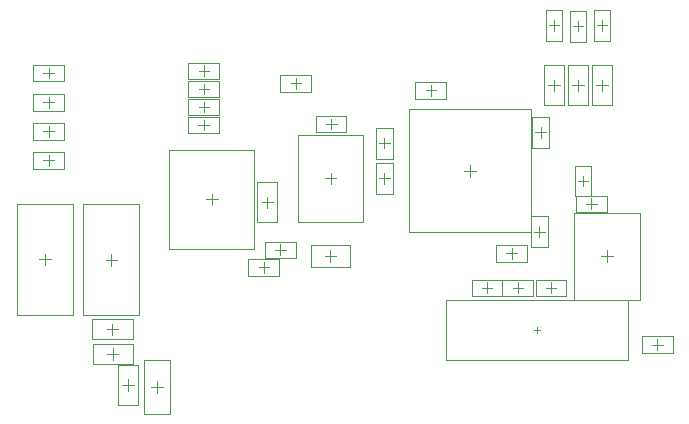
<source format=gbr>
%FSTAX23Y23*%
%MOIN*%
%SFA1B1*%

%IPPOS*%
%ADD72C,0.003937*%
%ADD73C,0.001968*%
%LNpcb1_mechanical_15-1*%
%LPD*%
G54D72*
X02158Y00337D02*
X02194D01*
X02176Y00319D02*
Y00355D01*
X02008Y00612D02*
Y00651D01*
X01989Y00632D02*
X02028D01*
X01087Y00871D02*
Y0091D01*
X01067Y00891D02*
X01106D01*
X00691Y00801D02*
Y0084D01*
X00672Y00821D02*
X00711D01*
X01551Y00896D02*
Y00935D01*
X01532Y00916D02*
X01571D01*
X01783Y00696D02*
Y00731D01*
X01766Y00713D02*
X01801D01*
X01928Y00864D02*
Y009D01*
X01911Y00882D02*
X01946D01*
X00847Y00595D02*
X00882D01*
X00864Y00577D02*
Y00613D01*
X00902Y00653D02*
X00938D01*
X0092Y00635D02*
Y00671D01*
X01991Y01383D02*
Y01419D01*
X01974Y01401D02*
X02009D01*
X01911Y01381D02*
Y01416D01*
X01894Y01398D02*
X01929D01*
X00647Y01129D02*
X00682D01*
X00664Y01111D02*
Y01147D01*
X00647Y01189D02*
X00682D01*
X00664Y01172D02*
Y01207D01*
X00647Y0125D02*
X00682D01*
X00664Y01232D02*
Y01268D01*
X01694Y00526D02*
X01729D01*
X01712Y00508D02*
Y00544D01*
X01831Y01383D02*
Y01419D01*
X01814Y01401D02*
X01849D01*
X00954Y01208D02*
X00989D01*
X00971Y0119D02*
Y01226D01*
X00646Y01069D02*
X00681D01*
X00664Y01051D02*
Y01087D01*
X01266Y00991D02*
Y01026D01*
X01249Y01008D02*
X01284D01*
X01086Y00613D02*
Y00652D01*
X01067Y00633D02*
X01106D01*
X00508Y00176D02*
Y00215D01*
X00488Y00195D02*
X00528D01*
X00341Y00306D02*
X0038D01*
X00361Y00286D02*
Y00325D01*
X01991Y01181D02*
Y0122D01*
X01972Y01201D02*
X02011D01*
X01911Y01181D02*
Y0122D01*
X01892Y01201D02*
X01931D01*
X01831Y01181D02*
Y0122D01*
X01812Y01201D02*
X01851D01*
X00411Y00182D02*
Y00221D01*
X00391Y00201D02*
X00431D01*
X00341Y00388D02*
X0038D01*
X0036Y00368D02*
Y00407D01*
X0013Y01048D02*
X00165D01*
X00148Y0103D02*
Y01066D01*
X0013Y01145D02*
X00165D01*
X00148Y01127D02*
Y01163D01*
X0013Y01242D02*
X00165D01*
X00148Y01224D02*
Y0126D01*
X0013Y00951D02*
X00165D01*
X00148Y00933D02*
Y00969D01*
X00876Y00791D02*
Y0083D01*
X00857Y00811D02*
X00896D01*
X01673Y00641D02*
X01708D01*
X01691Y00623D02*
Y00659D01*
X01404Y01184D02*
X01439D01*
X01422Y01166D02*
Y01202D01*
X01787Y01027D02*
Y01062D01*
X0177Y01044D02*
X01805D01*
X01266Y00873D02*
Y00909D01*
X01249Y00891D02*
X01284D01*
X01938Y00806D02*
X01974D01*
X01956Y00788D02*
Y00824D01*
X01591Y00526D02*
X01626D01*
X01609Y00508D02*
Y00544D01*
X01804Y00526D02*
X0184D01*
X01822Y00508D02*
Y00544D01*
X01071Y01072D02*
X01107D01*
X01089Y01054D02*
Y0109D01*
G54D73*
X01774Y00376D02*
Y00396D01*
X01764Y00386D02*
X01784D01*
X01471Y00285D02*
X02077D01*
Y00486*
X01471D02*
X02077D01*
X01471Y00285D02*
Y00486D01*
X02125Y00309D02*
Y00364D01*
X02227Y00309D02*
Y00364D01*
X02125D02*
X02227D01*
X02125Y00309D02*
X02227D01*
X019Y00487D02*
X02117D01*
X019Y00776D02*
X02117D01*
X019Y00487D02*
Y00776D01*
X02117Y00487D02*
Y00776D01*
X00978Y01035D02*
X01195D01*
X00978Y00746D02*
X01195D01*
Y01035*
X00978Y00746D02*
Y01035D01*
X0055Y00655D02*
X00833D01*
X0055Y00986D02*
X00833D01*
X0055Y00655D02*
Y00986D01*
X00833Y00655D02*
Y00986D01*
X01347Y00711D02*
X01756D01*
X01347Y01121D02*
X01756D01*
Y00711D02*
Y01121D01*
X01347Y00711D02*
Y01121D01*
X01756Y00662D02*
X01811D01*
X01756Y00765D02*
X01811D01*
X01756Y00662D02*
Y00765D01*
X01811Y00662D02*
Y00765D01*
X01901Y00831D02*
X01956D01*
X01901Y00933D02*
X01956D01*
X01901Y00831D02*
Y00933D01*
X01956Y00831D02*
Y00933D01*
X00915Y00567D02*
Y00622D01*
X00813Y00567D02*
Y00622D01*
Y00567D02*
X00915D01*
X00813Y00622D02*
X00915D01*
X00971Y00625D02*
Y0068D01*
X00869Y00625D02*
Y0068D01*
Y00625D02*
X00971D01*
X00869Y0068D02*
X00971D01*
X01964Y0135D02*
X02019D01*
X01964Y01452D02*
X02019D01*
X01964Y0135D02*
Y01452D01*
X02019Y0135D02*
Y01452D01*
X01884Y01347D02*
X01939D01*
X01884Y01449D02*
X01939D01*
X01884Y01347D02*
Y01449D01*
X01939Y01347D02*
Y01449D01*
X00613Y01102D02*
Y01157D01*
X00715Y01102D02*
Y01157D01*
X00613D02*
X00715D01*
X00613Y01102D02*
X00715D01*
X00613Y01162D02*
Y01217D01*
X00715Y01162D02*
Y01217D01*
X00613D02*
X00715D01*
X00613Y01162D02*
X00715D01*
X00613Y01222D02*
Y01277D01*
X00715Y01222D02*
Y01277D01*
X00613D02*
X00715D01*
X00613Y01222D02*
X00715D01*
X01763Y00498D02*
Y00553D01*
X0166Y00498D02*
Y00553D01*
Y00498D02*
X01763D01*
X0166Y00553D02*
X01763D01*
X01804Y0135D02*
X01859D01*
X01804Y01452D02*
X01859D01*
X01804Y0135D02*
Y01452D01*
X01859Y0135D02*
Y01452D01*
X0092Y0118D02*
Y01235D01*
X01022Y0118D02*
Y01235D01*
X0092D02*
X01022D01*
X0092Y0118D02*
X01022D01*
X00715Y01041D02*
Y01096D01*
X00612Y01041D02*
Y01096D01*
Y01041D02*
X00715D01*
X00612Y01096D02*
X00715D01*
X01239Y00957D02*
X01294D01*
X01239Y0106D02*
X01294D01*
X01239Y00957D02*
Y0106D01*
X01294Y00957D02*
Y0106D01*
X01021Y00597D02*
X01151D01*
X01021Y00668D02*
X01151D01*
Y00597D02*
Y00668D01*
X01021Y00597D02*
Y00668D01*
X00465Y00107D02*
X00551D01*
X00465Y00284D02*
X00551D01*
X00465Y00107D02*
Y00284D01*
X00551Y00107D02*
Y00284D01*
X00294Y00272D02*
Y00339D01*
X00428Y00272D02*
Y00339D01*
X00294D02*
X00428D01*
X00294Y00272D02*
X00428D01*
X01958Y01134D02*
X02025D01*
X01958Y01268D02*
X02025D01*
X01958Y01134D02*
Y01268D01*
X02025Y01134D02*
Y01268D01*
X01878Y01134D02*
X01945D01*
X01878Y01268D02*
X01945D01*
X01878Y01134D02*
Y01268D01*
X01945Y01134D02*
Y01268D01*
X01798Y01134D02*
X01865D01*
X01798Y01268D02*
X01865D01*
X01798Y01134D02*
Y01268D01*
X01865Y01134D02*
Y01268D01*
X00378Y00134D02*
X00445D01*
X00378Y00268D02*
X00445D01*
X00378Y00134D02*
Y00268D01*
X00445Y00134D02*
Y00268D01*
X00293Y00354D02*
Y00421D01*
X00427Y00354D02*
Y00421D01*
X00293D02*
X00427D01*
X00293Y00354D02*
X00427D01*
X00096Y0102D02*
Y01075D01*
X00199Y0102D02*
Y01075D01*
X00096D02*
X00199D01*
X00096Y0102D02*
X00199D01*
X00096Y01117D02*
Y01172D01*
X00199Y01117D02*
Y01172D01*
X00096D02*
X00199D01*
X00096Y01117D02*
X00199D01*
X00096Y01214D02*
Y01269D01*
X00199Y01214D02*
Y01269D01*
X00096D02*
X00199D01*
X00096Y01214D02*
X00199D01*
X00096Y00923D02*
Y00978D01*
X00199Y00923D02*
Y00978D01*
X00096D02*
X00199D01*
X00096Y00923D02*
X00199D01*
X00843Y00744D02*
X0091D01*
X00843Y00878D02*
X0091D01*
X00843Y00744D02*
Y00878D01*
X0091Y00744D02*
Y00878D01*
X00041Y00436D02*
Y00806D01*
X00227*
Y00436D02*
Y00806D01*
X00041Y00436D02*
X00227D01*
X00115Y00621D02*
X00154D01*
X00134Y00601D02*
Y0064D01*
X00263Y00435D02*
Y00805D01*
X00449*
Y00435D02*
Y00805D01*
X00263Y00435D02*
X00449D01*
X00337Y0062D02*
X00376D01*
X00356Y006D02*
Y00639D01*
X01639Y00613D02*
Y00668D01*
X01742Y00613D02*
Y00668D01*
X01639D02*
X01742D01*
X01639Y00613D02*
X01742D01*
X01473Y01156D02*
Y01211D01*
X0137Y01156D02*
Y01211D01*
Y01156D02*
X01473D01*
X0137Y01211D02*
X01473D01*
X0176Y00993D02*
X01815D01*
X0176Y01096D02*
X01815D01*
X0176Y00993D02*
Y01096D01*
X01815Y00993D02*
Y01096D01*
X01239Y00942D02*
X01294D01*
X01239Y0084D02*
X01294D01*
Y00942*
X01239Y0084D02*
Y00942D01*
X01905Y00778D02*
Y00833D01*
X02007Y00778D02*
Y00833D01*
X01905D02*
X02007D01*
X01905Y00778D02*
X02007D01*
X0166Y00498D02*
Y00553D01*
X01557Y00498D02*
Y00553D01*
Y00498D02*
X0166D01*
X01557Y00553D02*
X0166D01*
X01771Y00498D02*
Y00553D01*
X01873Y00498D02*
Y00553D01*
X01771D02*
X01873D01*
X01771Y00498D02*
X01873D01*
X0114Y01044D02*
Y01099D01*
X01038Y01044D02*
Y01099D01*
Y01044D02*
X0114D01*
X01038Y01099D02*
X0114D01*
M02*
</source>
